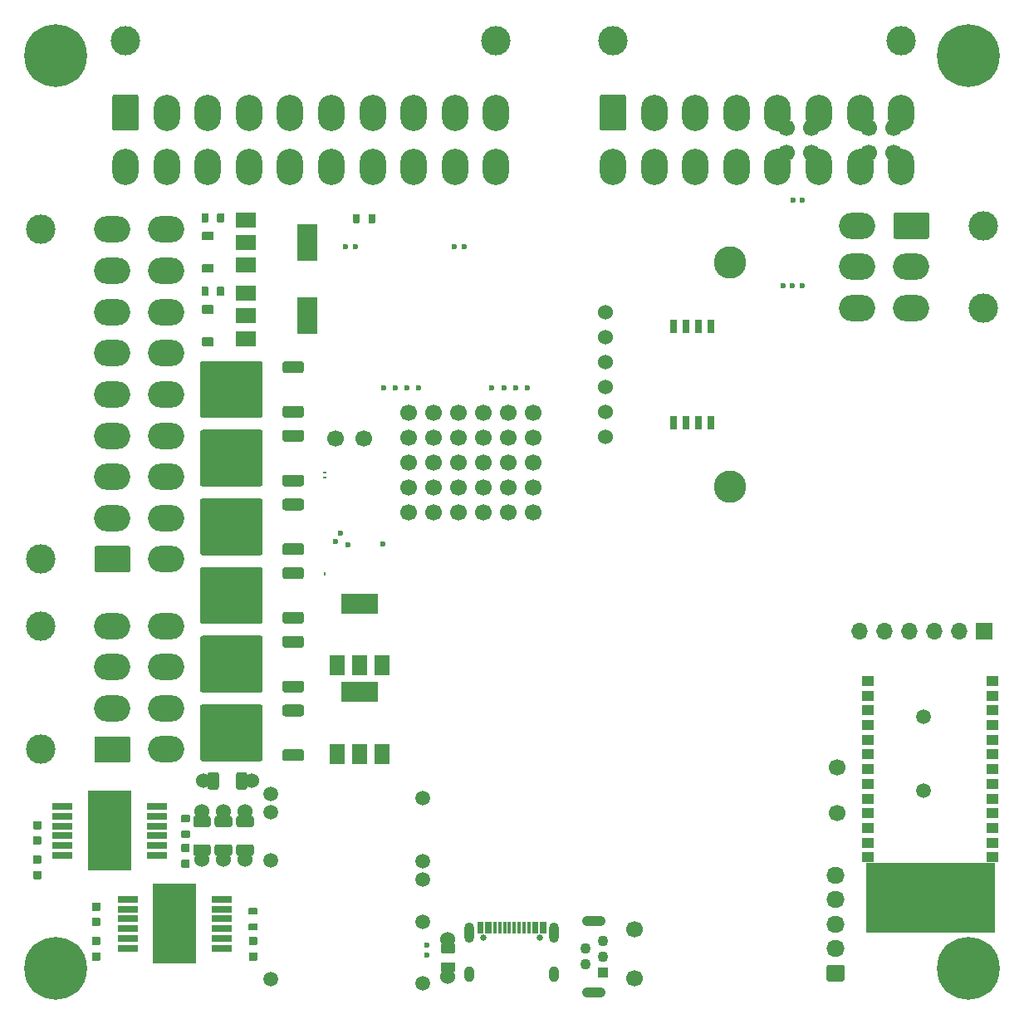
<source format=gts>
G04 #@! TF.GenerationSoftware,KiCad,Pcbnew,7.0.10-7.0.10~ubuntu22.04.1*
G04 #@! TF.CreationDate,2024-01-18T17:40:58+00:00*
G04 #@! TF.ProjectId,uaefi,75616566-692e-46b6-9963-61645f706362,rev?*
G04 #@! TF.SameCoordinates,Original*
G04 #@! TF.FileFunction,Soldermask,Top*
G04 #@! TF.FilePolarity,Negative*
%FSLAX46Y46*%
G04 Gerber Fmt 4.6, Leading zero omitted, Abs format (unit mm)*
G04 Created by KiCad (PCBNEW 7.0.10-7.0.10~ubuntu22.04.1) date 2024-01-18 17:40:58*
%MOMM*%
%LPD*%
G01*
G04 APERTURE LIST*
%ADD10C,0.120000*%
%ADD11C,1.700000*%
%ADD12C,3.000000*%
%ADD13O,2.700000X3.700000*%
%ADD14R,2.000000X1.500000*%
%ADD15R,2.000000X3.800000*%
%ADD16C,0.800000*%
%ADD17C,6.400000*%
%ADD18C,1.524000*%
%ADD19O,1.850000X1.700000*%
%ADD20R,1.500000X2.000000*%
%ADD21R,3.800000X2.000000*%
%ADD22C,0.600000*%
%ADD23R,1.100000X1.100000*%
%ADD24C,1.100000*%
%ADD25O,2.400000X1.100000*%
%ADD26C,1.500000*%
%ADD27O,0.250000X0.499999*%
%ADD28O,0.499999X0.250000*%
%ADD29C,0.599999*%
%ADD30O,3.700000X2.700000*%
%ADD31R,1.300000X1.000000*%
%ADD32R,2.000000X0.650000*%
%ADD33R,4.500000X8.100000*%
%ADD34C,0.650000*%
%ADD35R,0.300000X1.150000*%
%ADD36O,1.000000X2.100000*%
%ADD37O,1.000000X1.600000*%
%ADD38R,1.700000X1.700000*%
%ADD39O,1.700000X1.700000*%
%ADD40C,3.302000*%
%ADD41R,0.690000X1.350000*%
G04 APERTURE END LIST*
G04 #@! TO.C,U5*
D10*
X99150000Y7225000D02*
X86150000Y7225000D01*
X86150000Y14225000D01*
X99150000Y14225000D01*
X99150000Y7225000D01*
G36*
X99150000Y7225000D02*
G01*
X86150000Y7225000D01*
X86150000Y14225000D01*
X99150000Y14225000D01*
X99150000Y7225000D01*
G37*
G04 #@! TD*
D11*
G04 #@! TO.C,P9*
X80500000Y89200000D03*
G04 #@! TD*
G04 #@! TO.C,C24*
G36*
G01*
X7260000Y10215001D02*
X7940000Y10215001D01*
G75*
G02*
X8025000Y10130001I0J-85000D01*
G01*
X8025000Y9450001D01*
G75*
G02*
X7940000Y9365001I-85000J0D01*
G01*
X7260000Y9365001D01*
G75*
G02*
X7175000Y9450001I0J85000D01*
G01*
X7175000Y10130001D01*
G75*
G02*
X7260000Y10215001I85000J0D01*
G01*
G37*
G36*
G01*
X7260000Y8634999D02*
X7940000Y8634999D01*
G75*
G02*
X8025000Y8549999I0J-85000D01*
G01*
X8025000Y7869999D01*
G75*
G02*
X7940000Y7784999I-85000J0D01*
G01*
X7260000Y7784999D01*
G75*
G02*
X7175000Y7869999I0J85000D01*
G01*
X7175000Y8549999D01*
G75*
G02*
X7260000Y8634999I85000J0D01*
G01*
G37*
G04 #@! TD*
G04 #@! TO.C,Q10*
G36*
G01*
X28800000Y39570000D02*
X28800000Y38870000D01*
G75*
G02*
X28550000Y38620000I-250000J0D01*
G01*
X26850000Y38620000D01*
G75*
G02*
X26600000Y38870000I0J250000D01*
G01*
X26600000Y39570000D01*
G75*
G02*
X26850000Y39820000I250000J0D01*
G01*
X28550000Y39820000D01*
G75*
G02*
X28800000Y39570000I0J-250000D01*
G01*
G37*
G36*
G01*
X24600000Y44150003D02*
X24600000Y38849997D01*
G75*
G02*
X24350003Y38600000I-249997J0D01*
G01*
X18449997Y38600000D01*
G75*
G02*
X18200000Y38849997I0J249997D01*
G01*
X18200000Y44150003D01*
G75*
G02*
X18449997Y44400000I249997J0D01*
G01*
X24350003Y44400000D01*
G75*
G02*
X24600000Y44150003I0J-249997D01*
G01*
G37*
G36*
G01*
X28800000Y44130000D02*
X28800000Y43430000D01*
G75*
G02*
X28550000Y43180000I-250000J0D01*
G01*
X26850000Y43180000D01*
G75*
G02*
X26600000Y43430000I0J250000D01*
G01*
X26600000Y44130000D01*
G75*
G02*
X26850000Y44380000I250000J0D01*
G01*
X28550000Y44380000D01*
G75*
G02*
X28800000Y44130000I0J-250000D01*
G01*
G37*
G04 #@! TD*
G04 #@! TO.C,P10*
X77960000Y89200000D03*
G04 #@! TD*
D12*
G04 #@! TO.C,J10*
X60300000Y98025000D03*
X89700000Y98025000D03*
G36*
G01*
X58950000Y89125001D02*
X58950000Y92324999D01*
G75*
G02*
X59200001Y92575000I250001J0D01*
G01*
X61399999Y92575000D01*
G75*
G02*
X61650000Y92324999I0J-250001D01*
G01*
X61650000Y89125001D01*
G75*
G02*
X61399999Y88875000I-250001J0D01*
G01*
X59200001Y88875000D01*
G75*
G02*
X58950000Y89125001I0J250001D01*
G01*
G37*
D13*
X64500000Y90725000D03*
X68700000Y90725000D03*
X72900000Y90725000D03*
X77100000Y90725000D03*
X81300000Y90725000D03*
X85500000Y90725000D03*
X89700000Y90725000D03*
X60300000Y85225000D03*
X64500000Y85225000D03*
X68700000Y85225000D03*
X72900000Y85225000D03*
X77100000Y85225000D03*
X81300000Y85225000D03*
X85500000Y85225000D03*
X89700000Y85225000D03*
G04 #@! TD*
D11*
G04 #@! TO.C,P12*
X86360000Y86626898D03*
G04 #@! TD*
G04 #@! TO.C,P8*
X83200000Y19300000D03*
G04 #@! TD*
D12*
G04 #@! TO.C,J2*
X10600000Y98025000D03*
X48400000Y98025000D03*
G36*
G01*
X9250000Y89125001D02*
X9250000Y92324999D01*
G75*
G02*
X9500001Y92575000I250001J0D01*
G01*
X11699999Y92575000D01*
G75*
G02*
X11950000Y92324999I0J-250001D01*
G01*
X11950000Y89125001D01*
G75*
G02*
X11699999Y88875000I-250001J0D01*
G01*
X9500001Y88875000D01*
G75*
G02*
X9250000Y89125001I0J250001D01*
G01*
G37*
D13*
X14800000Y90725000D03*
X19000000Y90725000D03*
X23200000Y90725000D03*
X27400000Y90725000D03*
X31600000Y90725000D03*
X35800000Y90725000D03*
X40000000Y90725000D03*
X44200000Y90725000D03*
X48400000Y90725000D03*
X10600000Y85225000D03*
X14800000Y85225000D03*
X19000000Y85225000D03*
X23200000Y85225000D03*
X27400000Y85225000D03*
X31600000Y85225000D03*
X35800000Y85225000D03*
X40000000Y85225000D03*
X44200000Y85225000D03*
X48400000Y85225000D03*
G04 #@! TD*
G04 #@! TO.C,Q7*
G36*
G01*
X28800000Y60570000D02*
X28800000Y59870000D01*
G75*
G02*
X28550000Y59620000I-250000J0D01*
G01*
X26850000Y59620000D01*
G75*
G02*
X26600000Y59870000I0J250000D01*
G01*
X26600000Y60570000D01*
G75*
G02*
X26850000Y60820000I250000J0D01*
G01*
X28550000Y60820000D01*
G75*
G02*
X28800000Y60570000I0J-250000D01*
G01*
G37*
G36*
G01*
X24600000Y65150003D02*
X24600000Y59849997D01*
G75*
G02*
X24350003Y59600000I-249997J0D01*
G01*
X18449997Y59600000D01*
G75*
G02*
X18200000Y59849997I0J249997D01*
G01*
X18200000Y65150003D01*
G75*
G02*
X18449997Y65400000I249997J0D01*
G01*
X24350003Y65400000D01*
G75*
G02*
X24600000Y65150003I0J-249997D01*
G01*
G37*
G36*
G01*
X28800000Y65130000D02*
X28800000Y64430000D01*
G75*
G02*
X28550000Y64180000I-250000J0D01*
G01*
X26850000Y64180000D01*
G75*
G02*
X26600000Y64430000I0J250000D01*
G01*
X26600000Y65130000D01*
G75*
G02*
X26850000Y65380000I250000J0D01*
G01*
X28550000Y65380000D01*
G75*
G02*
X28800000Y65130000I0J-250000D01*
G01*
G37*
G04 #@! TD*
G04 #@! TO.C,Q8*
G36*
G01*
X28800000Y53570000D02*
X28800000Y52870000D01*
G75*
G02*
X28550000Y52620000I-250000J0D01*
G01*
X26850000Y52620000D01*
G75*
G02*
X26600000Y52870000I0J250000D01*
G01*
X26600000Y53570000D01*
G75*
G02*
X26850000Y53820000I250000J0D01*
G01*
X28550000Y53820000D01*
G75*
G02*
X28800000Y53570000I0J-250000D01*
G01*
G37*
G36*
G01*
X24600000Y58150003D02*
X24600000Y52849997D01*
G75*
G02*
X24350003Y52600000I-249997J0D01*
G01*
X18449997Y52600000D01*
G75*
G02*
X18200000Y52849997I0J249997D01*
G01*
X18200000Y58150003D01*
G75*
G02*
X18449997Y58400000I249997J0D01*
G01*
X24350003Y58400000D01*
G75*
G02*
X24600000Y58150003I0J-249997D01*
G01*
G37*
G36*
G01*
X28800000Y58130000D02*
X28800000Y57430000D01*
G75*
G02*
X28550000Y57180000I-250000J0D01*
G01*
X26850000Y57180000D01*
G75*
G02*
X26600000Y57430000I0J250000D01*
G01*
X26600000Y58130000D01*
G75*
G02*
X26850000Y58380000I250000J0D01*
G01*
X28550000Y58380000D01*
G75*
G02*
X28800000Y58130000I0J-250000D01*
G01*
G37*
G04 #@! TD*
D11*
G04 #@! TO.C,P1*
X32000000Y57500000D03*
G04 #@! TD*
G04 #@! TO.C,C26*
G36*
G01*
X23260000Y6715001D02*
X23940000Y6715001D01*
G75*
G02*
X24025000Y6630001I0J-85000D01*
G01*
X24025000Y5950001D01*
G75*
G02*
X23940000Y5865001I-85000J0D01*
G01*
X23260000Y5865001D01*
G75*
G02*
X23175000Y5950001I0J85000D01*
G01*
X23175000Y6630001D01*
G75*
G02*
X23260000Y6715001I85000J0D01*
G01*
G37*
G36*
G01*
X23260000Y5134999D02*
X23940000Y5134999D01*
G75*
G02*
X24025000Y5049999I0J-85000D01*
G01*
X24025000Y4369999D01*
G75*
G02*
X23940000Y4284999I-85000J0D01*
G01*
X23260000Y4284999D01*
G75*
G02*
X23175000Y4369999I0J85000D01*
G01*
X23175000Y5049999D01*
G75*
G02*
X23260000Y5134999I85000J0D01*
G01*
G37*
G04 #@! TD*
D14*
G04 #@! TO.C,Q2*
X22850000Y79800000D03*
X22850000Y77500000D03*
X22850000Y75200000D03*
D15*
X29150000Y77500000D03*
G04 #@! TD*
D11*
G04 #@! TO.C,P6*
X86360000Y89166898D03*
G04 #@! TD*
G04 #@! TO.C,R1*
G36*
G01*
X36082497Y80315000D02*
X36082497Y79535000D01*
G75*
G02*
X36012497Y79465000I-70000J0D01*
G01*
X35452497Y79465000D01*
G75*
G02*
X35382497Y79535000I0J70000D01*
G01*
X35382497Y80315000D01*
G75*
G02*
X35452497Y80385000I70000J0D01*
G01*
X36012497Y80385000D01*
G75*
G02*
X36082497Y80315000I0J-70000D01*
G01*
G37*
G36*
G01*
X34482497Y80315000D02*
X34482497Y79535000D01*
G75*
G02*
X34412497Y79465000I-70000J0D01*
G01*
X33852497Y79465000D01*
G75*
G02*
X33782497Y79535000I0J70000D01*
G01*
X33782497Y80315000D01*
G75*
G02*
X33852497Y80385000I70000J0D01*
G01*
X34412497Y80385000D01*
G75*
G02*
X34482497Y80315000I0J-70000D01*
G01*
G37*
G04 #@! TD*
G04 #@! TO.C,P2*
X34900000Y57500000D03*
G04 #@! TD*
G04 #@! TO.C,C13*
G36*
G01*
X16385000Y16175001D02*
X17065000Y16175001D01*
G75*
G02*
X17150000Y16090001I0J-85000D01*
G01*
X17150000Y15410001D01*
G75*
G02*
X17065000Y15325001I-85000J0D01*
G01*
X16385000Y15325001D01*
G75*
G02*
X16300000Y15410001I0J85000D01*
G01*
X16300000Y16090001D01*
G75*
G02*
X16385000Y16175001I85000J0D01*
G01*
G37*
G36*
G01*
X16385000Y14594999D02*
X17065000Y14594999D01*
G75*
G02*
X17150000Y14509999I0J-85000D01*
G01*
X17150000Y13829999D01*
G75*
G02*
X17065000Y13744999I-85000J0D01*
G01*
X16385000Y13744999D01*
G75*
G02*
X16300000Y13829999I0J85000D01*
G01*
X16300000Y14509999D01*
G75*
G02*
X16385000Y14594999I85000J0D01*
G01*
G37*
G04 #@! TD*
G04 #@! TO.C,P11*
X88900000Y86626898D03*
G04 #@! TD*
D16*
G04 #@! TO.C,H1*
X1100000Y96500000D03*
X1802944Y98197056D03*
X1802944Y94802944D03*
X3500000Y98900000D03*
D17*
X3500000Y96500000D03*
D16*
X3500000Y94100000D03*
X5197056Y98197056D03*
X5197056Y94802944D03*
X5900000Y96500000D03*
G04 #@! TD*
G04 #@! TO.C,H4*
X94100000Y96500000D03*
X94802944Y98197056D03*
X94802944Y94802944D03*
X96500000Y98900000D03*
D17*
X96500000Y96500000D03*
D16*
X96500000Y94100000D03*
X98197056Y98197056D03*
X98197056Y94802944D03*
X98900000Y96500000D03*
G04 #@! TD*
D18*
G04 #@! TO.C,F4*
X18400000Y19450000D03*
G36*
G01*
X17500000Y18105010D02*
X17500000Y18795010D01*
G75*
G02*
X17730000Y19025010I230000J0D01*
G01*
X19070000Y19025010D01*
G75*
G02*
X19300000Y18795010I0J-230000D01*
G01*
X19300000Y18105010D01*
G75*
G02*
X19070000Y17875010I-230000J0D01*
G01*
X17730000Y17875010D01*
G75*
G02*
X17500000Y18105010I0J230000D01*
G01*
G37*
G36*
G01*
X17500000Y15204990D02*
X17500000Y15894990D01*
G75*
G02*
X17730000Y16124990I230000J0D01*
G01*
X19070000Y16124990D01*
G75*
G02*
X19300000Y15894990I0J-230000D01*
G01*
X19300000Y15204990D01*
G75*
G02*
X19070000Y14974990I-230000J0D01*
G01*
X17730000Y14974990D01*
G75*
G02*
X17500000Y15204990I0J230000D01*
G01*
G37*
X18400000Y14550000D03*
G04 #@! TD*
G04 #@! TO.C,C11*
G36*
G01*
X1260000Y18515001D02*
X1940000Y18515001D01*
G75*
G02*
X2025000Y18430001I0J-85000D01*
G01*
X2025000Y17750001D01*
G75*
G02*
X1940000Y17665001I-85000J0D01*
G01*
X1260000Y17665001D01*
G75*
G02*
X1175000Y17750001I0J85000D01*
G01*
X1175000Y18430001D01*
G75*
G02*
X1260000Y18515001I85000J0D01*
G01*
G37*
G36*
G01*
X1260000Y16934999D02*
X1940000Y16934999D01*
G75*
G02*
X2025000Y16849999I0J-85000D01*
G01*
X2025000Y16169999D01*
G75*
G02*
X1940000Y16084999I-85000J0D01*
G01*
X1260000Y16084999D01*
G75*
G02*
X1175000Y16169999I0J85000D01*
G01*
X1175000Y16849999D01*
G75*
G02*
X1260000Y16934999I85000J0D01*
G01*
G37*
G04 #@! TD*
G04 #@! TO.C,J7*
G36*
G01*
X83675000Y2150000D02*
X82325000Y2150000D01*
G75*
G02*
X82075000Y2400000I0J250000D01*
G01*
X82075000Y3600000D01*
G75*
G02*
X82325000Y3850000I250000J0D01*
G01*
X83675000Y3850000D01*
G75*
G02*
X83925000Y3600000I0J-250000D01*
G01*
X83925000Y2400000D01*
G75*
G02*
X83675000Y2150000I-250000J0D01*
G01*
G37*
D19*
X83000000Y5500000D03*
X83000000Y8000000D03*
X83000000Y10500000D03*
X83000000Y13000000D03*
G04 #@! TD*
D20*
G04 #@! TO.C,Q16*
X32200000Y34350000D03*
X34500000Y34350000D03*
X36800000Y34350000D03*
D21*
X34500000Y40650000D03*
G04 #@! TD*
D11*
G04 #@! TO.C,P4*
X62500000Y7500000D03*
G04 #@! TD*
G04 #@! TO.C,P5*
X88900000Y89166898D03*
G04 #@! TD*
D16*
G04 #@! TO.C,H2*
X1100000Y3500000D03*
X1802944Y5197056D03*
X1802944Y1802944D03*
X3500000Y5900000D03*
D17*
X3500000Y3500000D03*
D16*
X3500000Y1100000D03*
X5197056Y5197056D03*
X5197056Y1802944D03*
X5900000Y3500000D03*
G04 #@! TD*
D22*
G04 #@! TO.C,M3*
X49175000Y62675000D03*
X47975000Y62675000D03*
X50375000Y62675000D03*
X51575000Y62675000D03*
X45115000Y77100000D03*
X44115000Y77100000D03*
G04 #@! TD*
D23*
G04 #@! TO.C,J8*
X59250000Y3100000D03*
D24*
X57500000Y3900000D03*
X59250000Y4700000D03*
X57500000Y5500000D03*
X59250000Y6300000D03*
D25*
X58375000Y1050000D03*
X58375000Y8350000D03*
G04 #@! TD*
D18*
G04 #@! TO.C,F3*
X20600000Y19450000D03*
G36*
G01*
X19700000Y18105010D02*
X19700000Y18795010D01*
G75*
G02*
X19930000Y19025010I230000J0D01*
G01*
X21270000Y19025010D01*
G75*
G02*
X21500000Y18795010I0J-230000D01*
G01*
X21500000Y18105010D01*
G75*
G02*
X21270000Y17875010I-230000J0D01*
G01*
X19930000Y17875010D01*
G75*
G02*
X19700000Y18105010I0J230000D01*
G01*
G37*
G36*
G01*
X19700000Y15204990D02*
X19700000Y15894990D01*
G75*
G02*
X19930000Y16124990I230000J0D01*
G01*
X21270000Y16124990D01*
G75*
G02*
X21500000Y15894990I0J-230000D01*
G01*
X21500000Y15204990D01*
G75*
G02*
X21270000Y14974990I-230000J0D01*
G01*
X19930000Y14974990D01*
G75*
G02*
X19700000Y15204990I0J230000D01*
G01*
G37*
X20600000Y14550000D03*
G04 #@! TD*
D22*
G04 #@! TO.C,M2*
X79574999Y73125000D03*
X78624999Y73125000D03*
X77675001Y73125000D03*
X78674999Y81825000D03*
X79574999Y81825000D03*
G04 #@! TD*
G04 #@! TO.C,C25*
G36*
G01*
X7940000Y4284999D02*
X7260000Y4284999D01*
G75*
G02*
X7175000Y4369999I0J85000D01*
G01*
X7175000Y5049999D01*
G75*
G02*
X7260000Y5134999I85000J0D01*
G01*
X7940000Y5134999D01*
G75*
G02*
X8025000Y5049999I0J-85000D01*
G01*
X8025000Y4369999D01*
G75*
G02*
X7940000Y4284999I-85000J0D01*
G01*
G37*
G36*
G01*
X7940000Y5865001D02*
X7260000Y5865001D01*
G75*
G02*
X7175000Y5950001I0J85000D01*
G01*
X7175000Y6630001D01*
G75*
G02*
X7260000Y6715001I85000J0D01*
G01*
X7940000Y6715001D01*
G75*
G02*
X8025000Y6630001I0J-85000D01*
G01*
X8025000Y5950001D01*
G75*
G02*
X7940000Y5865001I-85000J0D01*
G01*
G37*
G04 #@! TD*
D11*
G04 #@! TO.C,P13*
X80500000Y86660000D03*
G04 #@! TD*
D26*
G04 #@! TO.C,M1*
X40874995Y20824999D03*
X40874995Y14425002D03*
X40874995Y12524999D03*
X40874995Y8224999D03*
D22*
X41324994Y5825002D03*
X41324994Y4825001D03*
D26*
X40874995Y1974999D03*
X25374998Y21275001D03*
X25374998Y19425002D03*
X25374998Y14474999D03*
X25374998Y2425001D03*
G04 #@! TD*
G04 #@! TO.C,Q12*
G36*
G01*
X28800000Y25570000D02*
X28800000Y24870000D01*
G75*
G02*
X28550000Y24620000I-250000J0D01*
G01*
X26850000Y24620000D01*
G75*
G02*
X26600000Y24870000I0J250000D01*
G01*
X26600000Y25570000D01*
G75*
G02*
X26850000Y25820000I250000J0D01*
G01*
X28550000Y25820000D01*
G75*
G02*
X28800000Y25570000I0J-250000D01*
G01*
G37*
G36*
G01*
X24600000Y30150003D02*
X24600000Y24849997D01*
G75*
G02*
X24350003Y24600000I-249997J0D01*
G01*
X18449997Y24600000D01*
G75*
G02*
X18200000Y24849997I0J249997D01*
G01*
X18200000Y30150003D01*
G75*
G02*
X18449997Y30400000I249997J0D01*
G01*
X24350003Y30400000D01*
G75*
G02*
X24600000Y30150003I0J-249997D01*
G01*
G37*
G36*
G01*
X28800000Y30130000D02*
X28800000Y29430000D01*
G75*
G02*
X28550000Y29180000I-250000J0D01*
G01*
X26850000Y29180000D01*
G75*
G02*
X26600000Y29430000I0J250000D01*
G01*
X26600000Y30130000D01*
G75*
G02*
X26850000Y30380000I250000J0D01*
G01*
X28550000Y30380000D01*
G75*
G02*
X28800000Y30130000I0J-250000D01*
G01*
G37*
G04 #@! TD*
D27*
G04 #@! TO.C,M7*
X30900003Y43675005D03*
D28*
X30950001Y54024999D03*
X30950001Y53524998D03*
D29*
X31999999Y46975001D03*
X32524999Y47850003D03*
X33274997Y46674999D03*
X36824998Y46750002D03*
G04 #@! TD*
D14*
G04 #@! TO.C,Q4*
X22850000Y72300000D03*
X22850000Y70000000D03*
X22850000Y67700000D03*
D15*
X29150000Y70000000D03*
G04 #@! TD*
G04 #@! TO.C,R9*
G36*
G01*
X16335000Y19110000D02*
X17115000Y19110000D01*
G75*
G02*
X17185000Y19040000I0J-70000D01*
G01*
X17185000Y18480000D01*
G75*
G02*
X17115000Y18410000I-70000J0D01*
G01*
X16335000Y18410000D01*
G75*
G02*
X16265000Y18480000I0J70000D01*
G01*
X16265000Y19040000D01*
G75*
G02*
X16335000Y19110000I70000J0D01*
G01*
G37*
G36*
G01*
X16335000Y17510000D02*
X17115000Y17510000D01*
G75*
G02*
X17185000Y17440000I0J-70000D01*
G01*
X17185000Y16880000D01*
G75*
G02*
X17115000Y16810000I-70000J0D01*
G01*
X16335000Y16810000D01*
G75*
G02*
X16265000Y16880000I0J70000D01*
G01*
X16265000Y17440000D01*
G75*
G02*
X16335000Y17510000I70000J0D01*
G01*
G37*
G04 #@! TD*
D12*
G04 #@! TO.C,J5*
X1975000Y45200000D03*
X1975000Y78800000D03*
G36*
G01*
X10874999Y43850000D02*
X7675001Y43850000D01*
G75*
G02*
X7425000Y44100001I0J250001D01*
G01*
X7425000Y46299999D01*
G75*
G02*
X7675001Y46550000I250001J0D01*
G01*
X10874999Y46550000D01*
G75*
G02*
X11125000Y46299999I0J-250001D01*
G01*
X11125000Y44100001D01*
G75*
G02*
X10874999Y43850000I-250001J0D01*
G01*
G37*
D30*
X9275000Y49400000D03*
X9275000Y53600000D03*
X9275000Y57800000D03*
X9275000Y62000000D03*
X9275000Y66200000D03*
X9275000Y70400000D03*
X9275000Y74600000D03*
X9275000Y78800000D03*
X14775000Y45200000D03*
X14775000Y49400000D03*
X14775000Y53600000D03*
X14775000Y57800000D03*
X14775000Y62000000D03*
X14775000Y66200000D03*
X14775000Y70400000D03*
X14775000Y74600000D03*
X14775000Y78800000D03*
G04 #@! TD*
G04 #@! TO.C,Q9*
G36*
G01*
X28800000Y46570000D02*
X28800000Y45870000D01*
G75*
G02*
X28550000Y45620000I-250000J0D01*
G01*
X26850000Y45620000D01*
G75*
G02*
X26600000Y45870000I0J250000D01*
G01*
X26600000Y46570000D01*
G75*
G02*
X26850000Y46820000I250000J0D01*
G01*
X28550000Y46820000D01*
G75*
G02*
X28800000Y46570000I0J-250000D01*
G01*
G37*
G36*
G01*
X24600000Y51150003D02*
X24600000Y45849997D01*
G75*
G02*
X24350003Y45600000I-249997J0D01*
G01*
X18449997Y45600000D01*
G75*
G02*
X18200000Y45849997I0J249997D01*
G01*
X18200000Y51150003D01*
G75*
G02*
X18449997Y51400000I249997J0D01*
G01*
X24350003Y51400000D01*
G75*
G02*
X24600000Y51150003I0J-249997D01*
G01*
G37*
G36*
G01*
X28800000Y51130000D02*
X28800000Y50430000D01*
G75*
G02*
X28550000Y50180000I-250000J0D01*
G01*
X26850000Y50180000D01*
G75*
G02*
X26600000Y50430000I0J250000D01*
G01*
X26600000Y51130000D01*
G75*
G02*
X26850000Y51380000I250000J0D01*
G01*
X28550000Y51380000D01*
G75*
G02*
X28800000Y51130000I0J-250000D01*
G01*
G37*
G04 #@! TD*
D31*
G04 #@! TO.C,U5*
X99000000Y14800000D03*
X99000000Y16300000D03*
X99000000Y17800000D03*
X99000000Y19300000D03*
X99000000Y20800000D03*
X99000000Y22300000D03*
X99000000Y23800000D03*
X99000000Y25300000D03*
X99000000Y26800000D03*
X99000000Y28300000D03*
X99000000Y29800000D03*
X99000000Y31300000D03*
X99000000Y32800000D03*
X86300000Y32800000D03*
X86300000Y31300000D03*
X86300000Y29800000D03*
X86300000Y28300000D03*
X86300000Y26800000D03*
X86300000Y25300000D03*
X86300000Y23800000D03*
X86300000Y22300000D03*
X86300000Y20800000D03*
X86300000Y19300000D03*
X86300000Y17800000D03*
X86300000Y16300000D03*
X86300000Y14800000D03*
G04 #@! TD*
D12*
G04 #@! TO.C,J3*
X98025000Y79200000D03*
X98025000Y70800000D03*
G36*
G01*
X89125001Y80550000D02*
X92324999Y80550000D01*
G75*
G02*
X92575000Y80299999I0J-250001D01*
G01*
X92575000Y78100001D01*
G75*
G02*
X92324999Y77850000I-250001J0D01*
G01*
X89125001Y77850000D01*
G75*
G02*
X88875000Y78100001I0J250001D01*
G01*
X88875000Y80299999D01*
G75*
G02*
X89125001Y80550000I250001J0D01*
G01*
G37*
D30*
X90725000Y75000000D03*
X90725000Y70800000D03*
X85225000Y79200000D03*
X85225000Y75000000D03*
X85225000Y70800000D03*
G04 #@! TD*
G04 #@! TO.C,R13*
G36*
G01*
X18350000Y72110000D02*
X18350000Y72890000D01*
G75*
G02*
X18420000Y72960000I70000J0D01*
G01*
X18980000Y72960000D01*
G75*
G02*
X19050000Y72890000I0J-70000D01*
G01*
X19050000Y72110000D01*
G75*
G02*
X18980000Y72040000I-70000J0D01*
G01*
X18420000Y72040000D01*
G75*
G02*
X18350000Y72110000I0J70000D01*
G01*
G37*
G36*
G01*
X19950000Y72110000D02*
X19950000Y72890000D01*
G75*
G02*
X20020000Y72960000I70000J0D01*
G01*
X20580000Y72960000D01*
G75*
G02*
X20650000Y72890000I0J-70000D01*
G01*
X20650000Y72110000D01*
G75*
G02*
X20580000Y72040000I-70000J0D01*
G01*
X20020000Y72040000D01*
G75*
G02*
X19950000Y72110000I0J70000D01*
G01*
G37*
G04 #@! TD*
D18*
G04 #@! TO.C,F1*
X22800000Y19450000D03*
G36*
G01*
X21900000Y18105010D02*
X21900000Y18795010D01*
G75*
G02*
X22130000Y19025010I230000J0D01*
G01*
X23470000Y19025010D01*
G75*
G02*
X23700000Y18795010I0J-230000D01*
G01*
X23700000Y18105010D01*
G75*
G02*
X23470000Y17875010I-230000J0D01*
G01*
X22130000Y17875010D01*
G75*
G02*
X21900000Y18105010I0J230000D01*
G01*
G37*
G36*
G01*
X21900000Y15204990D02*
X21900000Y15894990D01*
G75*
G02*
X22130000Y16124990I230000J0D01*
G01*
X23470000Y16124990D01*
G75*
G02*
X23700000Y15894990I0J-230000D01*
G01*
X23700000Y15204990D01*
G75*
G02*
X23470000Y14974990I-230000J0D01*
G01*
X22130000Y14974990D01*
G75*
G02*
X21900000Y15204990I0J230000D01*
G01*
G37*
X22800000Y14550000D03*
G04 #@! TD*
D11*
G04 #@! TO.C,G3*
X39500000Y49960000D03*
X39500000Y52500000D03*
X39500000Y55040000D03*
X39500000Y57580000D03*
X39500000Y60120000D03*
X42040000Y49960000D03*
X42040000Y52500000D03*
X42040000Y55040000D03*
X42040000Y57580000D03*
X42040000Y60120000D03*
X44580000Y49960000D03*
X44580000Y52500000D03*
X44580000Y55040000D03*
X44580000Y57580000D03*
X44580000Y60120000D03*
G04 #@! TD*
G04 #@! TO.C,P3*
X62500000Y2500000D03*
G04 #@! TD*
D18*
G04 #@! TO.C,R4*
X43474609Y6474609D03*
G36*
G01*
X42849609Y6019610D02*
X44099609Y6019610D01*
G75*
G02*
X44199609Y5919610I0J-100000D01*
G01*
X44199609Y5119610D01*
G75*
G02*
X44099609Y5019610I-100000J0D01*
G01*
X42849609Y5019610D01*
G75*
G02*
X42749609Y5119610I0J100000D01*
G01*
X42749609Y5919610D01*
G75*
G02*
X42849609Y6019610I100000J0D01*
G01*
G37*
G36*
G01*
X42849609Y4119588D02*
X44099609Y4119588D01*
G75*
G02*
X44199609Y4019588I0J-100000D01*
G01*
X44199609Y3219588D01*
G75*
G02*
X44099609Y3119588I-100000J0D01*
G01*
X42849609Y3119588D01*
G75*
G02*
X42749609Y3219588I0J100000D01*
G01*
X42749609Y4019588D01*
G75*
G02*
X42849609Y4119588I100000J0D01*
G01*
G37*
X43474609Y2664609D03*
G04 #@! TD*
G04 #@! TO.C,R11*
G36*
G01*
X18350000Y79610000D02*
X18350000Y80390000D01*
G75*
G02*
X18420000Y80460000I70000J0D01*
G01*
X18980000Y80460000D01*
G75*
G02*
X19050000Y80390000I0J-70000D01*
G01*
X19050000Y79610000D01*
G75*
G02*
X18980000Y79540000I-70000J0D01*
G01*
X18420000Y79540000D01*
G75*
G02*
X18350000Y79610000I0J70000D01*
G01*
G37*
G36*
G01*
X19950000Y79610000D02*
X19950000Y80390000D01*
G75*
G02*
X20020000Y80460000I70000J0D01*
G01*
X20580000Y80460000D01*
G75*
G02*
X20650000Y80390000I0J-70000D01*
G01*
X20650000Y79610000D01*
G75*
G02*
X20580000Y79540000I-70000J0D01*
G01*
X20020000Y79540000D01*
G75*
G02*
X19950000Y79610000I0J70000D01*
G01*
G37*
G04 #@! TD*
G04 #@! TO.C,D3*
G36*
G01*
X19510000Y74400000D02*
X18490000Y74400000D01*
G75*
G02*
X18400000Y74490000I0J90000D01*
G01*
X18400000Y75210000D01*
G75*
G02*
X18490000Y75300000I90000J0D01*
G01*
X19510000Y75300000D01*
G75*
G02*
X19600000Y75210000I0J-90000D01*
G01*
X19600000Y74490000D01*
G75*
G02*
X19510000Y74400000I-90000J0D01*
G01*
G37*
G36*
G01*
X19510000Y77700000D02*
X18490000Y77700000D01*
G75*
G02*
X18400000Y77790000I0J90000D01*
G01*
X18400000Y78510000D01*
G75*
G02*
X18490000Y78600000I90000J0D01*
G01*
X19510000Y78600000D01*
G75*
G02*
X19600000Y78510000I0J-90000D01*
G01*
X19600000Y77790000D01*
G75*
G02*
X19510000Y77700000I-90000J0D01*
G01*
G37*
G04 #@! TD*
D32*
G04 #@! TO.C,U1*
X4200000Y20000000D03*
X4200000Y19000000D03*
X4200000Y18000000D03*
X4200000Y17000000D03*
X4200000Y16000000D03*
X4200000Y15000000D03*
X13800000Y15000000D03*
X13800000Y16000000D03*
X13800000Y17000000D03*
X13800000Y18000000D03*
X13800000Y19000000D03*
X13800000Y20000000D03*
D33*
X9000000Y17500000D03*
G04 #@! TD*
D32*
G04 #@! TO.C,U2*
X10825000Y10540000D03*
X10825000Y9540000D03*
X10825000Y8540000D03*
X10825000Y7540000D03*
X10825000Y6540000D03*
X10825000Y5540000D03*
X20425000Y5540000D03*
X20425000Y6540000D03*
X20425000Y7540000D03*
X20425000Y8540000D03*
X20425000Y9540000D03*
X20425000Y10540000D03*
D33*
X15625000Y8040000D03*
G04 #@! TD*
D11*
G04 #@! TO.C,P14*
X77960000Y86660000D03*
G04 #@! TD*
D12*
G04 #@! TO.C,J4*
X1975000Y25800000D03*
X1975000Y38400000D03*
G36*
G01*
X10874999Y24450000D02*
X7675001Y24450000D01*
G75*
G02*
X7425000Y24700001I0J250001D01*
G01*
X7425000Y26899999D01*
G75*
G02*
X7675001Y27150000I250001J0D01*
G01*
X10874999Y27150000D01*
G75*
G02*
X11125000Y26899999I0J-250001D01*
G01*
X11125000Y24700001D01*
G75*
G02*
X10874999Y24450000I-250001J0D01*
G01*
G37*
D30*
X9275000Y30000000D03*
X9275000Y34200000D03*
X9275000Y38400000D03*
X14775000Y25800000D03*
X14775000Y30000000D03*
X14775000Y34200000D03*
X14775000Y38400000D03*
G04 #@! TD*
D11*
G04 #@! TO.C,P7*
X83200000Y24000000D03*
G04 #@! TD*
G04 #@! TO.C,Q11*
G36*
G01*
X28800000Y32570000D02*
X28800000Y31870000D01*
G75*
G02*
X28550000Y31620000I-250000J0D01*
G01*
X26850000Y31620000D01*
G75*
G02*
X26600000Y31870000I0J250000D01*
G01*
X26600000Y32570000D01*
G75*
G02*
X26850000Y32820000I250000J0D01*
G01*
X28550000Y32820000D01*
G75*
G02*
X28800000Y32570000I0J-250000D01*
G01*
G37*
G36*
G01*
X24600000Y37150003D02*
X24600000Y31849997D01*
G75*
G02*
X24350003Y31600000I-249997J0D01*
G01*
X18449997Y31600000D01*
G75*
G02*
X18200000Y31849997I0J249997D01*
G01*
X18200000Y37150003D01*
G75*
G02*
X18449997Y37400000I249997J0D01*
G01*
X24350003Y37400000D01*
G75*
G02*
X24600000Y37150003I0J-249997D01*
G01*
G37*
G36*
G01*
X28800000Y37130000D02*
X28800000Y36430000D01*
G75*
G02*
X28550000Y36180000I-250000J0D01*
G01*
X26850000Y36180000D01*
G75*
G02*
X26600000Y36430000I0J250000D01*
G01*
X26600000Y37130000D01*
G75*
G02*
X26850000Y37380000I250000J0D01*
G01*
X28550000Y37380000D01*
G75*
G02*
X28800000Y37130000I0J-250000D01*
G01*
G37*
G04 #@! TD*
D34*
G04 #@! TO.C,J9*
X47110000Y6605000D03*
X52890000Y6605000D03*
D35*
X46650000Y7670000D03*
X47450000Y7670000D03*
X48750000Y7670000D03*
X49750000Y7670000D03*
X50250000Y7670000D03*
X51250000Y7670000D03*
X52550000Y7670000D03*
X53350000Y7670000D03*
X53050000Y7670000D03*
X52250000Y7670000D03*
X51750000Y7670000D03*
X50750000Y7670000D03*
X49250000Y7670000D03*
X48250000Y7670000D03*
X47750000Y7670000D03*
X46950000Y7670000D03*
D36*
X45680000Y7105000D03*
D37*
X45680000Y2925000D03*
D36*
X54320000Y7105000D03*
D37*
X54320000Y2925000D03*
G04 #@! TD*
D16*
G04 #@! TO.C,H3*
X94100000Y3500000D03*
X94802944Y5197056D03*
X94802944Y1802944D03*
X96500000Y5900000D03*
D17*
X96500000Y3500000D03*
D16*
X96500000Y1100000D03*
X98197056Y5197056D03*
X98197056Y1802944D03*
X98900000Y3500000D03*
G04 #@! TD*
D22*
G04 #@! TO.C,M4*
X38125000Y62675000D03*
X36925000Y62675000D03*
X39325000Y62675000D03*
X40525000Y62675000D03*
X34065000Y77100000D03*
X33065000Y77100000D03*
G04 #@! TD*
D18*
G04 #@! TO.C,F2*
X18550000Y22600000D03*
G36*
G01*
X19894990Y21700000D02*
X19204990Y21700000D01*
G75*
G02*
X18974990Y21930000I0J230000D01*
G01*
X18974990Y23270000D01*
G75*
G02*
X19204990Y23500000I230000J0D01*
G01*
X19894990Y23500000D01*
G75*
G02*
X20124990Y23270000I0J-230000D01*
G01*
X20124990Y21930000D01*
G75*
G02*
X19894990Y21700000I-230000J0D01*
G01*
G37*
G36*
G01*
X22795010Y21700000D02*
X22105010Y21700000D01*
G75*
G02*
X21875010Y21930000I0J230000D01*
G01*
X21875010Y23270000D01*
G75*
G02*
X22105010Y23500000I230000J0D01*
G01*
X22795010Y23500000D01*
G75*
G02*
X23025010Y23270000I0J-230000D01*
G01*
X23025010Y21930000D01*
G75*
G02*
X22795010Y21700000I-230000J0D01*
G01*
G37*
X23450000Y22600000D03*
G04 #@! TD*
G04 #@! TO.C,D5*
G36*
G01*
X19510000Y66900000D02*
X18490000Y66900000D01*
G75*
G02*
X18400000Y66990000I0J90000D01*
G01*
X18400000Y67710000D01*
G75*
G02*
X18490000Y67800000I90000J0D01*
G01*
X19510000Y67800000D01*
G75*
G02*
X19600000Y67710000I0J-90000D01*
G01*
X19600000Y66990000D01*
G75*
G02*
X19510000Y66900000I-90000J0D01*
G01*
G37*
G36*
G01*
X19510000Y70200000D02*
X18490000Y70200000D01*
G75*
G02*
X18400000Y70290000I0J90000D01*
G01*
X18400000Y71010000D01*
G75*
G02*
X18490000Y71100000I90000J0D01*
G01*
X19510000Y71100000D01*
G75*
G02*
X19600000Y71010000I0J-90000D01*
G01*
X19600000Y70290000D01*
G75*
G02*
X19510000Y70200000I-90000J0D01*
G01*
G37*
G04 #@! TD*
D38*
G04 #@! TO.C,J6*
X98150000Y37900000D03*
D39*
X95610000Y37900000D03*
X93070000Y37900000D03*
X90530000Y37900000D03*
X87990000Y37900000D03*
X85450000Y37900000D03*
G04 #@! TD*
G04 #@! TO.C,R14*
G36*
G01*
X23210000Y9650000D02*
X23990000Y9650000D01*
G75*
G02*
X24060000Y9580000I0J-70000D01*
G01*
X24060000Y9020000D01*
G75*
G02*
X23990000Y8950000I-70000J0D01*
G01*
X23210000Y8950000D01*
G75*
G02*
X23140000Y9020000I0J70000D01*
G01*
X23140000Y9580000D01*
G75*
G02*
X23210000Y9650000I70000J0D01*
G01*
G37*
G36*
G01*
X23210000Y8050000D02*
X23990000Y8050000D01*
G75*
G02*
X24060000Y7980000I0J-70000D01*
G01*
X24060000Y7420000D01*
G75*
G02*
X23990000Y7350000I-70000J0D01*
G01*
X23210000Y7350000D01*
G75*
G02*
X23140000Y7420000I0J70000D01*
G01*
X23140000Y7980000D01*
G75*
G02*
X23210000Y8050000I70000J0D01*
G01*
G37*
G04 #@! TD*
D20*
G04 #@! TO.C,Q17*
X32200000Y25350000D03*
X34500000Y25350000D03*
X36800000Y25350000D03*
D21*
X34500000Y31650000D03*
G04 #@! TD*
D40*
G04 #@! TO.C,U3*
X72203250Y75430000D03*
X72203250Y52570000D03*
D41*
X70323250Y68942500D03*
X70323250Y59100000D03*
X69053250Y59100000D03*
X67783250Y59100000D03*
X66513250Y59100000D03*
D18*
X59503250Y70350000D03*
D41*
X66513250Y68942500D03*
X67783250Y68942500D03*
D18*
X59503250Y67810000D03*
D41*
X69053250Y68942500D03*
D18*
X59503250Y65270000D03*
X59503250Y62730000D03*
X59503250Y60190000D03*
X59503250Y57650000D03*
G04 #@! TD*
G04 #@! TO.C,C12*
G36*
G01*
X1940000Y12584999D02*
X1260000Y12584999D01*
G75*
G02*
X1175000Y12669999I0J85000D01*
G01*
X1175000Y13349999D01*
G75*
G02*
X1260000Y13434999I85000J0D01*
G01*
X1940000Y13434999D01*
G75*
G02*
X2025000Y13349999I0J-85000D01*
G01*
X2025000Y12669999D01*
G75*
G02*
X1940000Y12584999I-85000J0D01*
G01*
G37*
G36*
G01*
X1940000Y14165001D02*
X1260000Y14165001D01*
G75*
G02*
X1175000Y14250001I0J85000D01*
G01*
X1175000Y14930001D01*
G75*
G02*
X1260000Y15015001I85000J0D01*
G01*
X1940000Y15015001D01*
G75*
G02*
X2025000Y14930001I0J-85000D01*
G01*
X2025000Y14250001D01*
G75*
G02*
X1940000Y14165001I-85000J0D01*
G01*
G37*
G04 #@! TD*
D11*
G04 #@! TO.C,G4*
X47120000Y49960000D03*
X47120000Y52500000D03*
X47120000Y55040000D03*
X47120000Y57580000D03*
X47120000Y60120000D03*
X49660000Y49960000D03*
X49660000Y52500000D03*
X49660000Y55040000D03*
X49660000Y57580000D03*
X49660000Y60120000D03*
X52200000Y49960000D03*
X52200000Y52500000D03*
X52200000Y55040000D03*
X52200000Y57580000D03*
X52200000Y60120000D03*
G04 #@! TD*
D26*
G04 #@! TO.C,BT1*
X92000000Y21600142D03*
X92000000Y29100000D03*
G04 #@! TD*
M02*

</source>
